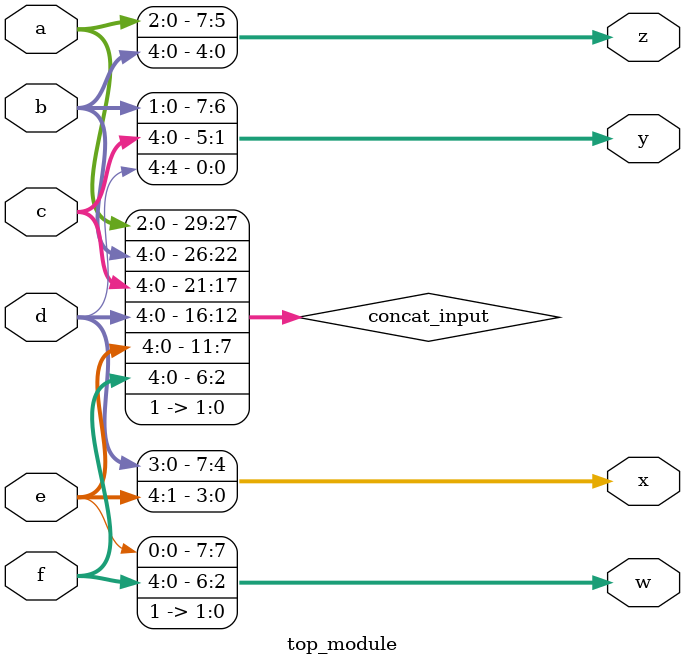
<source format=sv>
module top_module (
    input [4:0] a,
    input [4:0] b,
    input [4:0] c,
    input [4:0] d,
    input [4:0] e,
    input [4:0] f,
    output [7:0] w,
    output [7:0] x,
    output [7:0] y,
    output [7:0] z
);

wire [29:0] concat_input;

assign concat_input = {a, b, c, d, e, f, 2'b11};

assign w = concat_input[7:0];
assign x = concat_input[15:8];
assign y = concat_input[23:16];
assign z = concat_input[29:22];

endmodule

</source>
